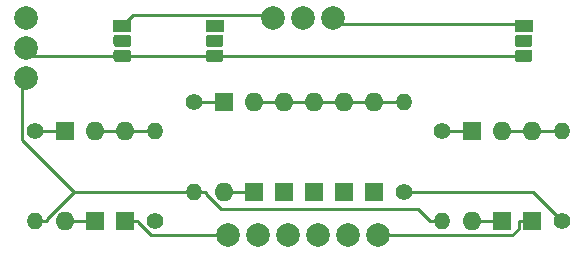
<source format=gbr>
G04 #@! TF.GenerationSoftware,KiCad,Pcbnew,(5.0.0)*
G04 #@! TF.CreationDate,2019-03-30T16:52:00+00:00*
G04 #@! TF.ProjectId,LS03,4C5330332E6B696361645F7063620000,rev?*
G04 #@! TF.SameCoordinates,Original*
G04 #@! TF.FileFunction,Copper,L1,Top,Signal*
G04 #@! TF.FilePolarity,Positive*
%FSLAX46Y46*%
G04 Gerber Fmt 4.6, Leading zero omitted, Abs format (unit mm)*
G04 Created by KiCad (PCBNEW (5.0.0)) date 03/30/19 16:52:00*
%MOMM*%
%LPD*%
G01*
G04 APERTURE LIST*
G04 #@! TA.AperFunction,ComponentPad*
%ADD10C,2.000000*%
G04 #@! TD*
G04 #@! TA.AperFunction,ComponentPad*
%ADD11R,1.600000X1.600000*%
G04 #@! TD*
G04 #@! TA.AperFunction,ComponentPad*
%ADD12O,1.600000X1.600000*%
G04 #@! TD*
G04 #@! TA.AperFunction,ComponentPad*
%ADD13C,1.400000*%
G04 #@! TD*
G04 #@! TA.AperFunction,ComponentPad*
%ADD14O,1.400000X1.400000*%
G04 #@! TD*
G04 #@! TA.AperFunction,ComponentPad*
%ADD15R,1.500000X1.050000*%
G04 #@! TD*
G04 #@! TA.AperFunction,Conductor*
%ADD16C,0.100000*%
G04 #@! TD*
G04 #@! TA.AperFunction,ComponentPad*
%ADD17C,1.050000*%
G04 #@! TD*
G04 #@! TA.AperFunction,Conductor*
%ADD18C,0.250000*%
G04 #@! TD*
G04 APERTURE END LIST*
D10*
G04 #@! TO.P,J1,13*
G04 #@! TO.N,13*
X157492000Y-38746500D03*
G04 #@! TO.P,J1,12*
G04 #@! TO.N,12*
X154952000Y-38746500D03*
G04 #@! TO.P,J1,11*
G04 #@! TO.N,11*
X152412000Y-38746500D03*
G04 #@! TO.P,J1,6*
G04 #@! TO.N,6*
X161302000Y-57161500D03*
G04 #@! TO.P,J1,5*
G04 #@! TO.N,5*
X158762000Y-57161500D03*
G04 #@! TO.P,J1,4*
G04 #@! TO.N,4*
X156222000Y-57161500D03*
G04 #@! TO.P,J1,3*
G04 #@! TO.N,3*
X153682000Y-57161500D03*
G04 #@! TO.P,J1,2*
G04 #@! TO.N,2*
X151142000Y-57161500D03*
G04 #@! TO.P,J1,1*
G04 #@! TO.N,1*
X148602000Y-57161500D03*
G04 #@! TO.P,J1,23*
G04 #@! TO.N,-6v*
X131457000Y-43826500D03*
G04 #@! TO.P,J1,22*
G04 #@! TO.N,0v*
X131457000Y-41286500D03*
G04 #@! TO.P,J1,21*
G04 #@! TO.N,+6v*
X131457000Y-38746500D03*
G04 #@! TD*
D11*
G04 #@! TO.P,D1,1*
G04 #@! TO.N,1*
X139827000Y-55943500D03*
D12*
G04 #@! TO.P,D1,2*
G04 #@! TO.N,Net-(D1-Pad2)*
X139827000Y-48323500D03*
G04 #@! TD*
D11*
G04 #@! TO.P,D2,1*
G04 #@! TO.N,2*
X153289000Y-53530500D03*
D12*
G04 #@! TO.P,D2,2*
G04 #@! TO.N,Net-(D2-Pad2)*
X153289000Y-45910500D03*
G04 #@! TD*
D11*
G04 #@! TO.P,D3,1*
G04 #@! TO.N,3*
X155829000Y-53530500D03*
D12*
G04 #@! TO.P,D3,2*
G04 #@! TO.N,Net-(D2-Pad2)*
X155829000Y-45910500D03*
G04 #@! TD*
D11*
G04 #@! TO.P,D4,1*
G04 #@! TO.N,5*
X158369000Y-53530500D03*
D12*
G04 #@! TO.P,D4,2*
G04 #@! TO.N,Net-(D2-Pad2)*
X158369000Y-45910500D03*
G04 #@! TD*
D11*
G04 #@! TO.P,D5,1*
G04 #@! TO.N,4*
X160909000Y-53530500D03*
D12*
G04 #@! TO.P,D5,2*
G04 #@! TO.N,Net-(D2-Pad2)*
X160909000Y-45910500D03*
G04 #@! TD*
D11*
G04 #@! TO.P,D6,1*
G04 #@! TO.N,6*
X174308000Y-55943500D03*
D12*
G04 #@! TO.P,D6,2*
G04 #@! TO.N,Net-(D11-Pad2)*
X174308000Y-48323500D03*
G04 #@! TD*
D11*
G04 #@! TO.P,D7,1*
G04 #@! TO.N,Net-(D7-Pad1)*
X137287000Y-55943500D03*
D12*
G04 #@! TO.P,D7,2*
G04 #@! TO.N,Net-(D1-Pad2)*
X137287000Y-48323500D03*
G04 #@! TD*
D11*
G04 #@! TO.P,D8,1*
G04 #@! TO.N,Net-(D8-Pad1)*
X134747000Y-48323500D03*
D12*
G04 #@! TO.P,D8,2*
G04 #@! TO.N,Net-(D7-Pad1)*
X134747000Y-55943500D03*
G04 #@! TD*
D11*
G04 #@! TO.P,D9,1*
G04 #@! TO.N,Net-(D10-Pad2)*
X150749000Y-53530500D03*
D12*
G04 #@! TO.P,D9,2*
G04 #@! TO.N,Net-(D2-Pad2)*
X150749000Y-45910500D03*
G04 #@! TD*
D11*
G04 #@! TO.P,D10,1*
G04 #@! TO.N,Net-(D10-Pad1)*
X148209000Y-45910500D03*
D12*
G04 #@! TO.P,D10,2*
G04 #@! TO.N,Net-(D10-Pad2)*
X148209000Y-53530500D03*
G04 #@! TD*
D11*
G04 #@! TO.P,D11,1*
G04 #@! TO.N,Net-(D11-Pad1)*
X171768000Y-55943500D03*
D12*
G04 #@! TO.P,D11,2*
G04 #@! TO.N,Net-(D11-Pad2)*
X171768000Y-48323500D03*
G04 #@! TD*
D11*
G04 #@! TO.P,D12,1*
G04 #@! TO.N,Net-(D12-Pad1)*
X169228000Y-48323500D03*
D12*
G04 #@! TO.P,D12,2*
G04 #@! TO.N,Net-(D11-Pad1)*
X169228000Y-55943500D03*
G04 #@! TD*
D13*
G04 #@! TO.P,R1,1*
G04 #@! TO.N,Net-(D8-Pad1)*
X132207000Y-48323500D03*
D14*
G04 #@! TO.P,R1,2*
G04 #@! TO.N,-6v*
X132207000Y-55943500D03*
G04 #@! TD*
D13*
G04 #@! TO.P,R2,1*
G04 #@! TO.N,+6v*
X142367000Y-55943500D03*
D14*
G04 #@! TO.P,R2,2*
G04 #@! TO.N,Net-(D1-Pad2)*
X142367000Y-48323500D03*
G04 #@! TD*
D13*
G04 #@! TO.P,R3,1*
G04 #@! TO.N,Net-(D10-Pad1)*
X145669000Y-45910500D03*
D14*
G04 #@! TO.P,R3,2*
G04 #@! TO.N,-6v*
X145669000Y-53530500D03*
G04 #@! TD*
D13*
G04 #@! TO.P,R4,1*
G04 #@! TO.N,+6v*
X163449000Y-53530500D03*
D14*
G04 #@! TO.P,R4,2*
G04 #@! TO.N,Net-(D2-Pad2)*
X163449000Y-45910500D03*
G04 #@! TD*
D13*
G04 #@! TO.P,R5,1*
G04 #@! TO.N,Net-(D12-Pad1)*
X166688000Y-48323500D03*
D14*
G04 #@! TO.P,R5,2*
G04 #@! TO.N,-6v*
X166688000Y-55943500D03*
G04 #@! TD*
D13*
G04 #@! TO.P,R6,1*
G04 #@! TO.N,+6v*
X176848000Y-55943500D03*
D14*
G04 #@! TO.P,R6,2*
G04 #@! TO.N,Net-(D11-Pad2)*
X176848000Y-48323500D03*
G04 #@! TD*
D15*
G04 #@! TO.P,VT1,3*
G04 #@! TO.N,11*
X139636000Y-39433500D03*
D16*
G04 #@! TD*
G04 #@! TO.N,0v*
G04 #@! TO.C,VT1*
G36*
X140149229Y-41449764D02*
X140174711Y-41453544D01*
X140199700Y-41459803D01*
X140223954Y-41468482D01*
X140247242Y-41479496D01*
X140269337Y-41492739D01*
X140290028Y-41508085D01*
X140309116Y-41525384D01*
X140326415Y-41544472D01*
X140341761Y-41565163D01*
X140355004Y-41587258D01*
X140366018Y-41610546D01*
X140374697Y-41634800D01*
X140380956Y-41659789D01*
X140384736Y-41685271D01*
X140386000Y-41711000D01*
X140386000Y-42236000D01*
X140384736Y-42261729D01*
X140380956Y-42287211D01*
X140374697Y-42312200D01*
X140366018Y-42336454D01*
X140355004Y-42359742D01*
X140341761Y-42381837D01*
X140326415Y-42402528D01*
X140309116Y-42421616D01*
X140290028Y-42438915D01*
X140269337Y-42454261D01*
X140247242Y-42467504D01*
X140223954Y-42478518D01*
X140199700Y-42487197D01*
X140174711Y-42493456D01*
X140149229Y-42497236D01*
X140123500Y-42498500D01*
X139148500Y-42498500D01*
X139122771Y-42497236D01*
X139097289Y-42493456D01*
X139072300Y-42487197D01*
X139048046Y-42478518D01*
X139024758Y-42467504D01*
X139002663Y-42454261D01*
X138981972Y-42438915D01*
X138962884Y-42421616D01*
X138945585Y-42402528D01*
X138930239Y-42381837D01*
X138916996Y-42359742D01*
X138905982Y-42336454D01*
X138897303Y-42312200D01*
X138891044Y-42287211D01*
X138887264Y-42261729D01*
X138886000Y-42236000D01*
X138886000Y-41711000D01*
X138887264Y-41685271D01*
X138891044Y-41659789D01*
X138897303Y-41634800D01*
X138905982Y-41610546D01*
X138916996Y-41587258D01*
X138930239Y-41565163D01*
X138945585Y-41544472D01*
X138962884Y-41525384D01*
X138981972Y-41508085D01*
X139002663Y-41492739D01*
X139024758Y-41479496D01*
X139048046Y-41468482D01*
X139072300Y-41459803D01*
X139097289Y-41453544D01*
X139122771Y-41449764D01*
X139148500Y-41448500D01*
X140123500Y-41448500D01*
X140149229Y-41449764D01*
X140149229Y-41449764D01*
G37*
D17*
G04 #@! TO.P,VT1,1*
G04 #@! TO.N,0v*
X139636000Y-41973500D03*
D16*
G04 #@! TD*
G04 #@! TO.N,Net-(D8-Pad1)*
G04 #@! TO.C,VT1*
G36*
X140149229Y-40179764D02*
X140174711Y-40183544D01*
X140199700Y-40189803D01*
X140223954Y-40198482D01*
X140247242Y-40209496D01*
X140269337Y-40222739D01*
X140290028Y-40238085D01*
X140309116Y-40255384D01*
X140326415Y-40274472D01*
X140341761Y-40295163D01*
X140355004Y-40317258D01*
X140366018Y-40340546D01*
X140374697Y-40364800D01*
X140380956Y-40389789D01*
X140384736Y-40415271D01*
X140386000Y-40441000D01*
X140386000Y-40966000D01*
X140384736Y-40991729D01*
X140380956Y-41017211D01*
X140374697Y-41042200D01*
X140366018Y-41066454D01*
X140355004Y-41089742D01*
X140341761Y-41111837D01*
X140326415Y-41132528D01*
X140309116Y-41151616D01*
X140290028Y-41168915D01*
X140269337Y-41184261D01*
X140247242Y-41197504D01*
X140223954Y-41208518D01*
X140199700Y-41217197D01*
X140174711Y-41223456D01*
X140149229Y-41227236D01*
X140123500Y-41228500D01*
X139148500Y-41228500D01*
X139122771Y-41227236D01*
X139097289Y-41223456D01*
X139072300Y-41217197D01*
X139048046Y-41208518D01*
X139024758Y-41197504D01*
X139002663Y-41184261D01*
X138981972Y-41168915D01*
X138962884Y-41151616D01*
X138945585Y-41132528D01*
X138930239Y-41111837D01*
X138916996Y-41089742D01*
X138905982Y-41066454D01*
X138897303Y-41042200D01*
X138891044Y-41017211D01*
X138887264Y-40991729D01*
X138886000Y-40966000D01*
X138886000Y-40441000D01*
X138887264Y-40415271D01*
X138891044Y-40389789D01*
X138897303Y-40364800D01*
X138905982Y-40340546D01*
X138916996Y-40317258D01*
X138930239Y-40295163D01*
X138945585Y-40274472D01*
X138962884Y-40255384D01*
X138981972Y-40238085D01*
X139002663Y-40222739D01*
X139024758Y-40209496D01*
X139048046Y-40198482D01*
X139072300Y-40189803D01*
X139097289Y-40183544D01*
X139122771Y-40179764D01*
X139148500Y-40178500D01*
X140123500Y-40178500D01*
X140149229Y-40179764D01*
X140149229Y-40179764D01*
G37*
D17*
G04 #@! TO.P,VT1,2*
G04 #@! TO.N,Net-(D8-Pad1)*
X139636000Y-40703500D03*
G04 #@! TD*
D15*
G04 #@! TO.P,VT2,3*
G04 #@! TO.N,12*
X147447000Y-39433500D03*
D16*
G04 #@! TD*
G04 #@! TO.N,0v*
G04 #@! TO.C,VT2*
G36*
X147960229Y-41449764D02*
X147985711Y-41453544D01*
X148010700Y-41459803D01*
X148034954Y-41468482D01*
X148058242Y-41479496D01*
X148080337Y-41492739D01*
X148101028Y-41508085D01*
X148120116Y-41525384D01*
X148137415Y-41544472D01*
X148152761Y-41565163D01*
X148166004Y-41587258D01*
X148177018Y-41610546D01*
X148185697Y-41634800D01*
X148191956Y-41659789D01*
X148195736Y-41685271D01*
X148197000Y-41711000D01*
X148197000Y-42236000D01*
X148195736Y-42261729D01*
X148191956Y-42287211D01*
X148185697Y-42312200D01*
X148177018Y-42336454D01*
X148166004Y-42359742D01*
X148152761Y-42381837D01*
X148137415Y-42402528D01*
X148120116Y-42421616D01*
X148101028Y-42438915D01*
X148080337Y-42454261D01*
X148058242Y-42467504D01*
X148034954Y-42478518D01*
X148010700Y-42487197D01*
X147985711Y-42493456D01*
X147960229Y-42497236D01*
X147934500Y-42498500D01*
X146959500Y-42498500D01*
X146933771Y-42497236D01*
X146908289Y-42493456D01*
X146883300Y-42487197D01*
X146859046Y-42478518D01*
X146835758Y-42467504D01*
X146813663Y-42454261D01*
X146792972Y-42438915D01*
X146773884Y-42421616D01*
X146756585Y-42402528D01*
X146741239Y-42381837D01*
X146727996Y-42359742D01*
X146716982Y-42336454D01*
X146708303Y-42312200D01*
X146702044Y-42287211D01*
X146698264Y-42261729D01*
X146697000Y-42236000D01*
X146697000Y-41711000D01*
X146698264Y-41685271D01*
X146702044Y-41659789D01*
X146708303Y-41634800D01*
X146716982Y-41610546D01*
X146727996Y-41587258D01*
X146741239Y-41565163D01*
X146756585Y-41544472D01*
X146773884Y-41525384D01*
X146792972Y-41508085D01*
X146813663Y-41492739D01*
X146835758Y-41479496D01*
X146859046Y-41468482D01*
X146883300Y-41459803D01*
X146908289Y-41453544D01*
X146933771Y-41449764D01*
X146959500Y-41448500D01*
X147934500Y-41448500D01*
X147960229Y-41449764D01*
X147960229Y-41449764D01*
G37*
D17*
G04 #@! TO.P,VT2,1*
G04 #@! TO.N,0v*
X147447000Y-41973500D03*
D16*
G04 #@! TD*
G04 #@! TO.N,Net-(D10-Pad1)*
G04 #@! TO.C,VT2*
G36*
X147960229Y-40179764D02*
X147985711Y-40183544D01*
X148010700Y-40189803D01*
X148034954Y-40198482D01*
X148058242Y-40209496D01*
X148080337Y-40222739D01*
X148101028Y-40238085D01*
X148120116Y-40255384D01*
X148137415Y-40274472D01*
X148152761Y-40295163D01*
X148166004Y-40317258D01*
X148177018Y-40340546D01*
X148185697Y-40364800D01*
X148191956Y-40389789D01*
X148195736Y-40415271D01*
X148197000Y-40441000D01*
X148197000Y-40966000D01*
X148195736Y-40991729D01*
X148191956Y-41017211D01*
X148185697Y-41042200D01*
X148177018Y-41066454D01*
X148166004Y-41089742D01*
X148152761Y-41111837D01*
X148137415Y-41132528D01*
X148120116Y-41151616D01*
X148101028Y-41168915D01*
X148080337Y-41184261D01*
X148058242Y-41197504D01*
X148034954Y-41208518D01*
X148010700Y-41217197D01*
X147985711Y-41223456D01*
X147960229Y-41227236D01*
X147934500Y-41228500D01*
X146959500Y-41228500D01*
X146933771Y-41227236D01*
X146908289Y-41223456D01*
X146883300Y-41217197D01*
X146859046Y-41208518D01*
X146835758Y-41197504D01*
X146813663Y-41184261D01*
X146792972Y-41168915D01*
X146773884Y-41151616D01*
X146756585Y-41132528D01*
X146741239Y-41111837D01*
X146727996Y-41089742D01*
X146716982Y-41066454D01*
X146708303Y-41042200D01*
X146702044Y-41017211D01*
X146698264Y-40991729D01*
X146697000Y-40966000D01*
X146697000Y-40441000D01*
X146698264Y-40415271D01*
X146702044Y-40389789D01*
X146708303Y-40364800D01*
X146716982Y-40340546D01*
X146727996Y-40317258D01*
X146741239Y-40295163D01*
X146756585Y-40274472D01*
X146773884Y-40255384D01*
X146792972Y-40238085D01*
X146813663Y-40222739D01*
X146835758Y-40209496D01*
X146859046Y-40198482D01*
X146883300Y-40189803D01*
X146908289Y-40183544D01*
X146933771Y-40179764D01*
X146959500Y-40178500D01*
X147934500Y-40178500D01*
X147960229Y-40179764D01*
X147960229Y-40179764D01*
G37*
D17*
G04 #@! TO.P,VT2,2*
G04 #@! TO.N,Net-(D10-Pad1)*
X147447000Y-40703500D03*
G04 #@! TD*
D15*
G04 #@! TO.P,VT3,3*
G04 #@! TO.N,13*
X173609000Y-39433500D03*
D16*
G04 #@! TD*
G04 #@! TO.N,0v*
G04 #@! TO.C,VT3*
G36*
X174122229Y-41449764D02*
X174147711Y-41453544D01*
X174172700Y-41459803D01*
X174196954Y-41468482D01*
X174220242Y-41479496D01*
X174242337Y-41492739D01*
X174263028Y-41508085D01*
X174282116Y-41525384D01*
X174299415Y-41544472D01*
X174314761Y-41565163D01*
X174328004Y-41587258D01*
X174339018Y-41610546D01*
X174347697Y-41634800D01*
X174353956Y-41659789D01*
X174357736Y-41685271D01*
X174359000Y-41711000D01*
X174359000Y-42236000D01*
X174357736Y-42261729D01*
X174353956Y-42287211D01*
X174347697Y-42312200D01*
X174339018Y-42336454D01*
X174328004Y-42359742D01*
X174314761Y-42381837D01*
X174299415Y-42402528D01*
X174282116Y-42421616D01*
X174263028Y-42438915D01*
X174242337Y-42454261D01*
X174220242Y-42467504D01*
X174196954Y-42478518D01*
X174172700Y-42487197D01*
X174147711Y-42493456D01*
X174122229Y-42497236D01*
X174096500Y-42498500D01*
X173121500Y-42498500D01*
X173095771Y-42497236D01*
X173070289Y-42493456D01*
X173045300Y-42487197D01*
X173021046Y-42478518D01*
X172997758Y-42467504D01*
X172975663Y-42454261D01*
X172954972Y-42438915D01*
X172935884Y-42421616D01*
X172918585Y-42402528D01*
X172903239Y-42381837D01*
X172889996Y-42359742D01*
X172878982Y-42336454D01*
X172870303Y-42312200D01*
X172864044Y-42287211D01*
X172860264Y-42261729D01*
X172859000Y-42236000D01*
X172859000Y-41711000D01*
X172860264Y-41685271D01*
X172864044Y-41659789D01*
X172870303Y-41634800D01*
X172878982Y-41610546D01*
X172889996Y-41587258D01*
X172903239Y-41565163D01*
X172918585Y-41544472D01*
X172935884Y-41525384D01*
X172954972Y-41508085D01*
X172975663Y-41492739D01*
X172997758Y-41479496D01*
X173021046Y-41468482D01*
X173045300Y-41459803D01*
X173070289Y-41453544D01*
X173095771Y-41449764D01*
X173121500Y-41448500D01*
X174096500Y-41448500D01*
X174122229Y-41449764D01*
X174122229Y-41449764D01*
G37*
D17*
G04 #@! TO.P,VT3,1*
G04 #@! TO.N,0v*
X173609000Y-41973500D03*
D16*
G04 #@! TD*
G04 #@! TO.N,Net-(D12-Pad1)*
G04 #@! TO.C,VT3*
G36*
X174122229Y-40179764D02*
X174147711Y-40183544D01*
X174172700Y-40189803D01*
X174196954Y-40198482D01*
X174220242Y-40209496D01*
X174242337Y-40222739D01*
X174263028Y-40238085D01*
X174282116Y-40255384D01*
X174299415Y-40274472D01*
X174314761Y-40295163D01*
X174328004Y-40317258D01*
X174339018Y-40340546D01*
X174347697Y-40364800D01*
X174353956Y-40389789D01*
X174357736Y-40415271D01*
X174359000Y-40441000D01*
X174359000Y-40966000D01*
X174357736Y-40991729D01*
X174353956Y-41017211D01*
X174347697Y-41042200D01*
X174339018Y-41066454D01*
X174328004Y-41089742D01*
X174314761Y-41111837D01*
X174299415Y-41132528D01*
X174282116Y-41151616D01*
X174263028Y-41168915D01*
X174242337Y-41184261D01*
X174220242Y-41197504D01*
X174196954Y-41208518D01*
X174172700Y-41217197D01*
X174147711Y-41223456D01*
X174122229Y-41227236D01*
X174096500Y-41228500D01*
X173121500Y-41228500D01*
X173095771Y-41227236D01*
X173070289Y-41223456D01*
X173045300Y-41217197D01*
X173021046Y-41208518D01*
X172997758Y-41197504D01*
X172975663Y-41184261D01*
X172954972Y-41168915D01*
X172935884Y-41151616D01*
X172918585Y-41132528D01*
X172903239Y-41111837D01*
X172889996Y-41089742D01*
X172878982Y-41066454D01*
X172870303Y-41042200D01*
X172864044Y-41017211D01*
X172860264Y-40991729D01*
X172859000Y-40966000D01*
X172859000Y-40441000D01*
X172860264Y-40415271D01*
X172864044Y-40389789D01*
X172870303Y-40364800D01*
X172878982Y-40340546D01*
X172889996Y-40317258D01*
X172903239Y-40295163D01*
X172918585Y-40274472D01*
X172935884Y-40255384D01*
X172954972Y-40238085D01*
X172975663Y-40222739D01*
X172997758Y-40209496D01*
X173021046Y-40198482D01*
X173045300Y-40189803D01*
X173070289Y-40183544D01*
X173095771Y-40179764D01*
X173121500Y-40178500D01*
X174096500Y-40178500D01*
X174122229Y-40179764D01*
X174122229Y-40179764D01*
G37*
D17*
G04 #@! TO.P,VT3,2*
G04 #@! TO.N,Net-(D12-Pad1)*
X173609000Y-40703500D03*
G04 #@! TD*
D18*
G04 #@! TO.N,1*
X139827000Y-55943500D02*
X140952300Y-55943500D01*
X140952300Y-55943500D02*
X140952300Y-56084200D01*
X140952300Y-56084200D02*
X142029600Y-57161500D01*
X142029600Y-57161500D02*
X148602000Y-57161500D01*
G04 #@! TO.N,Net-(D1-Pad2)*
X137287000Y-48323500D02*
X139827000Y-48323500D01*
X142367000Y-48323500D02*
X139827000Y-48323500D01*
G04 #@! TO.N,Net-(D2-Pad2)*
X153289000Y-45910500D02*
X155829000Y-45910500D01*
X150749000Y-45910500D02*
X153289000Y-45910500D01*
X158369000Y-45910500D02*
X155829000Y-45910500D01*
X160909000Y-45910500D02*
X158369000Y-45910500D01*
X163449000Y-45910500D02*
X160909000Y-45910500D01*
G04 #@! TO.N,6*
X174308000Y-55943500D02*
X173182700Y-55943500D01*
X173182700Y-55943500D02*
X173182700Y-56646800D01*
X173182700Y-56646800D02*
X172668000Y-57161500D01*
X172668000Y-57161500D02*
X161302000Y-57161500D01*
G04 #@! TO.N,Net-(D11-Pad2)*
X171768000Y-48323500D02*
X174308000Y-48323500D01*
X176848000Y-48323500D02*
X174308000Y-48323500D01*
G04 #@! TO.N,Net-(D7-Pad1)*
X134747000Y-55943500D02*
X137287000Y-55943500D01*
G04 #@! TO.N,Net-(D8-Pad1)*
X132207000Y-48323500D02*
X134747000Y-48323500D01*
G04 #@! TO.N,Net-(D10-Pad2)*
X148209000Y-53530500D02*
X150749000Y-53530500D01*
G04 #@! TO.N,Net-(D10-Pad1)*
X145669000Y-45910500D02*
X148209000Y-45910500D01*
G04 #@! TO.N,Net-(D11-Pad1)*
X171768000Y-55943500D02*
X169228000Y-55943500D01*
G04 #@! TO.N,Net-(D12-Pad1)*
X166688000Y-48323500D02*
X169228000Y-48323500D01*
G04 #@! TO.N,+6v*
X163449000Y-53530500D02*
X174435000Y-53530500D01*
X174435000Y-53530500D02*
X176848000Y-55943500D01*
G04 #@! TO.N,0v*
X147447000Y-41973500D02*
X139636000Y-41973500D01*
X173609000Y-41973500D02*
X147447000Y-41973500D01*
X139636000Y-41973500D02*
X132144000Y-41973500D01*
X132144000Y-41973500D02*
X131457000Y-41286500D01*
G04 #@! TO.N,-6v*
X135517100Y-53530500D02*
X133232300Y-55815300D01*
X133232300Y-55815300D02*
X133232300Y-55943500D01*
X145669000Y-53530500D02*
X135517100Y-53530500D01*
X135517100Y-53530500D02*
X131109900Y-49123300D01*
X131109900Y-49123300D02*
X131109900Y-44173600D01*
X131109900Y-44173600D02*
X131457000Y-43826500D01*
X145669000Y-53530500D02*
X146694300Y-53530500D01*
X166688000Y-55943500D02*
X165662700Y-55943500D01*
X165662700Y-55943500D02*
X164637400Y-54918200D01*
X164637400Y-54918200D02*
X147953800Y-54918200D01*
X147953800Y-54918200D02*
X146694300Y-53658700D01*
X146694300Y-53658700D02*
X146694300Y-53530500D01*
X132207000Y-55943500D02*
X133232300Y-55943500D01*
G04 #@! TO.N,11*
X139636000Y-39433500D02*
X140516500Y-38553000D01*
X140516500Y-38553000D02*
X152218500Y-38553000D01*
X152218500Y-38553000D02*
X152412000Y-38746500D01*
G04 #@! TO.N,13*
X173609000Y-39433500D02*
X173453300Y-39277800D01*
X173453300Y-39277800D02*
X173453300Y-39277700D01*
X173453300Y-39277700D02*
X158023200Y-39277700D01*
X158023200Y-39277700D02*
X157492000Y-38746500D01*
G04 #@! TD*
M02*

</source>
